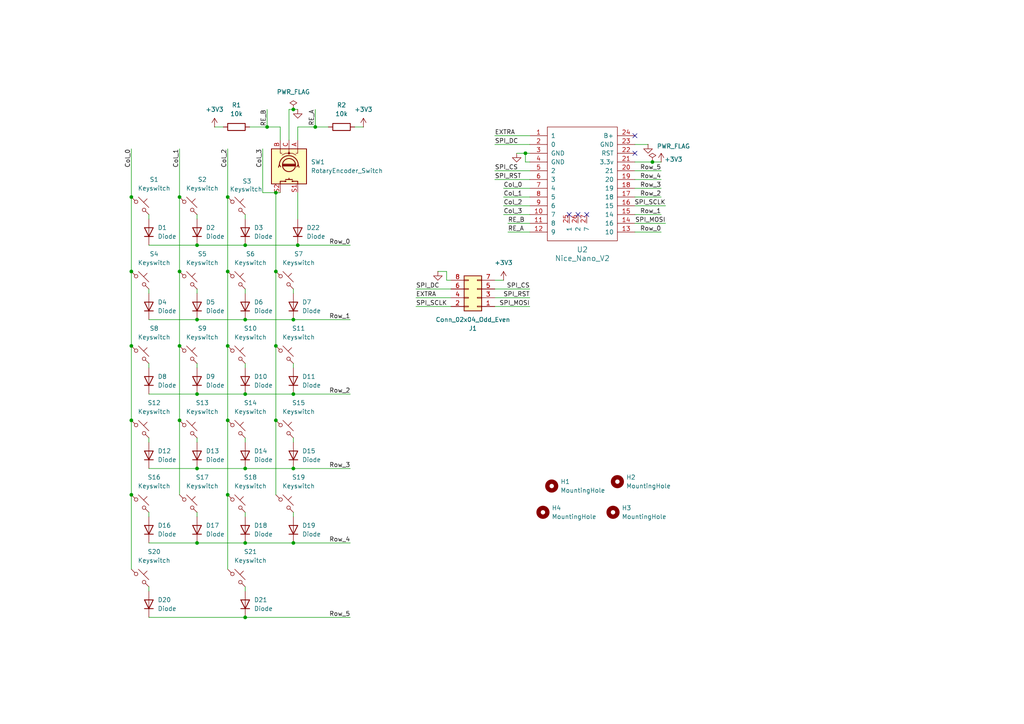
<source format=kicad_sch>
(kicad_sch (version 20231120) (generator "eeschema") (generator_version "8.0")
  (paper "A4")
  (lib_symbols
    (symbol "Connector_Generic:Conn_02x04_Odd_Even" (pin_names (offset 1.016) hide)
      (property "Reference" "J" (at 1.27 5.08 0))
      (property "Value" "Conn_02x04_Odd_Even" (at 1.27 -7.62 0))
      (symbol "Conn_02x04_Odd_Even_1_1"
        (rectangle (start -1.27 -4.953) (end 0 -5.207) (stroke (width 0.1524)))
        (rectangle (start -1.27 -2.413) (end 0 -2.667) (stroke (width 0.1524)))
        (rectangle (start -1.27 0.127) (end 0 -0.127) (stroke (width 0.1524)))
        (rectangle (start -1.27 2.667) (end 0 2.413) (stroke (width 0.1524)))
        (rectangle (start -1.27 3.81) (end 3.81 -6.35) (stroke (width 0.254)) (fill (type background)))
        (rectangle (start 3.81 -4.953) (end 2.54 -5.207) (stroke (width 0.1524)))
        (rectangle (start 3.81 -2.413) (end 2.54 -2.667) (stroke (width 0.1524)))
        (rectangle (start 3.81 0.127) (end 2.54 -0.127) (stroke (width 0.1524)))
        (rectangle (start 3.81 2.667) (end 2.54 2.413) (stroke (width 0.1524)))
        (pin passive line (at -5.08 2.54 0) (length 3.81) (name "Pin_1") (number "1"))
        (pin passive line (at 7.62 2.54 180) (length 3.81) (name "Pin_2") (number "2"))
        (pin passive line (at -5.08 0 0) (length 3.81) (name "Pin_3") (number "3"))
        (pin passive line (at 7.62 0 180) (length 3.81) (name "Pin_4") (number "4"))
        (pin passive line (at -5.08 -2.54 0) (length 3.81) (name "Pin_5") (number "5"))
        (pin passive line (at 7.62 -2.54 180) (length 3.81) (name "Pin_6") (number "6"))
        (pin passive line (at -5.08 -5.08 0) (length 3.81) (name "Pin_7") (number "7"))
        (pin passive line (at 7.62 -5.08 180) (length 3.81) (name "Pin_8") (number "8"))
      )
    )
    (symbol "Device:R" (pin_numbers hide) (pin_names (offset 0))
      (property "Reference" "R" (at 2.032 0 90))
      (property "Value" "R" (at 0 0 90))
      (symbol "R_0_1"
        (rectangle (start -1.016 -2.54) (end 1.016 2.54) (stroke (width 0.254)))
      )
      (symbol "R_1_1"
        (pin passive line (at 0 3.81 270) (length 1.27) (name "~") (number "1"))
        (pin passive line (at 0 -3.81 90) (length 1.27) (name "~") (number "2"))
      )
    )
    (symbol "Device:RotaryEncoder_Switch" (pin_names (offset 0.254) hide)
      (property "Reference" "SW" (at 0 6.604 0))
      (property "Value" "RotaryEncoder_Switch" (at 0 -6.604 0))
      (symbol "RotaryEncoder_Switch_0_1"
        (rectangle (start -5.08 5.08) (end 5.08 -5.08) (stroke (width 0.254)) (fill (type background)))
        (circle (center -3.81 0) (radius 0.254) (fill (type outline)))
        (circle (center -0.381 0) (radius 1.905) (stroke (width 0.254)))
        (arc (start -0.381 2.667) (mid -3.0988 -0.0635) (end -0.381 -2.794) (stroke (width 0.254)))
        (polyline (pts (xy -0.635 -1.778) (xy -0.635 1.778)) (stroke (width 0.254)))
        (polyline (pts (xy -0.381 -1.778) (xy -0.381 1.778)) (stroke (width 0.254)))
        (polyline (pts (xy -0.127 1.778) (xy -0.127 -1.778)) (stroke (width 0.254)))
        (polyline (pts (xy 3.81 0) (xy 3.429 0)) (stroke (width 0.254)))
        (polyline (pts (xy 3.81 1.016) (xy 3.81 -1.016)) (stroke (width 0.254)))
        (polyline (pts (xy -5.08 -2.54) (xy -3.81 -2.54) (xy -3.81 -2.032)))
        (polyline (pts (xy -5.08 2.54) (xy -3.81 2.54) (xy -3.81 2.032)))
        (polyline (pts (xy 0.254 -3.048) (xy -0.508 -2.794) (xy 0.127 -2.413)) (stroke (width 0.254)))
        (polyline (pts (xy 0.254 2.921) (xy -0.508 2.667) (xy 0.127 2.286)) (stroke (width 0.254)))
        (polyline (pts (xy 5.08 -2.54) (xy 4.318 -2.54) (xy 4.318 -1.016)) (stroke (width 0.254)))
        (polyline (pts (xy 5.08 2.54) (xy 4.318 2.54) (xy 4.318 1.016)) (stroke (width 0.254)))
        (polyline (pts (xy -5.08 0) (xy -3.81 0) (xy -3.81 -1.016) (xy -3.302 -2.032)))
        (polyline (pts (xy -4.318 0) (xy -3.81 0) (xy -3.81 1.016) (xy -3.302 2.032)))
        (circle (center 4.318 -1.016) (radius 0.127) (stroke (width 0.254)))
        (circle (center 4.318 1.016) (radius 0.127) (stroke (width 0.254)))
      )
      (symbol "RotaryEncoder_Switch_1_1"
        (pin passive line (at -7.62 2.54 0) (length 2.54) (name "A") (number "A"))
        (pin passive line (at -7.62 -2.54 0) (length 2.54) (name "B") (number "B"))
        (pin passive line (at -7.62 0 0) (length 2.54) (name "C") (number "C"))
        (pin passive line (at 7.62 2.54 180) (length 2.54) (name "S1") (number "S1"))
        (pin passive line (at 7.62 -2.54 180) (length 2.54) (name "S2") (number "S2"))
      )
    )
    (symbol "Mechanical:MountingHole" (pin_names (offset 1.016)) (exclude_from_sim yes) (in_bom no)
      (property "Reference" "H" (at 0 5.08 0))
      (property "Value" "MountingHole" (at 0 3.175 0))
      (symbol "MountingHole_0_1"
        (circle (center 0 0) (radius 1.27) (stroke (width 1.27)))
      )
    )
    (symbol "ScottoKeebs:MCU_Nice_Nano_V2" (pin_names (offset 1.016))
      (property "Reference" "U" (at 0 0 0))
      (property "Value" "Nice_Nano_V2" (at 0 -19.05 0))
      (symbol "MCU_Nice_Nano_V2_0_1"
        (rectangle (start -10.16 16.51) (end 10.16 -16.51))
      )
      (symbol "MCU_Nice_Nano_V2_1_1"
        (pin input line (at -15.24 13.97 0) (length 5.08) (name "1") (number "1"))
        (pin input line (at -15.24 -8.89 0) (length 5.08) (name "7") (number "10"))
        (pin input line (at -15.24 -11.43 0) (length 5.08) (name "8") (number "11"))
        (pin input line (at -15.24 -13.97 0) (length 5.08) (name "9") (number "12"))
        (pin input line (at 15.24 -13.97 180) (length 5.08) (name "10") (number "13"))
        (pin input line (at 15.24 -11.43 180) (length 5.08) (name "16") (number "14"))
        (pin input line (at 15.24 -8.89 180) (length 5.08) (name "14") (number "15"))
        (pin input line (at 15.24 -6.35 180) (length 5.08) (name "15") (number "16"))
        (pin input line (at 15.24 -3.81 180) (length 5.08) (name "18") (number "17"))
        (pin input line (at 15.24 -1.27 180) (length 5.08) (name "19") (number "18"))
        (pin input line (at 15.24 1.27 180) (length 5.08) (name "20") (number "19"))
        (pin input line (at -15.24 11.43 0) (length 5.08) (name "0") (number "2"))
        (pin input line (at 15.24 3.81 180) (length 5.08) (name "21") (number "20"))
        (pin input line (at 15.24 6.35 180) (length 5.08) (name "3.3v") (number "21"))
        (pin input line (at 15.24 8.89 180) (length 5.08) (name "RST") (number "22"))
        (pin input line (at 15.24 11.43 180) (length 5.08) (name "GND") (number "23"))
        (pin input line (at 15.24 13.97 180) (length 5.08) (name "B+") (number "24"))
        (pin input line (at -3.81 -8.89 270) (length 2.5) (name "1") (number "25"))
        (pin input line (at -1.27 -8.89 270) (length 2.5) (name "2") (number "26"))
        (pin input line (at 1.27 -8.89 270) (length 2.5) (name "7") (number "27"))
        (pin input line (at -15.24 8.89 0) (length 5.08) (name "GND") (number "3"))
        (pin input line (at -15.24 6.35 0) (length 5.08) (name "GND") (number "4"))
        (pin input line (at -15.24 3.81 0) (length 5.08) (name "2") (number "5"))
        (pin input line (at -15.24 1.27 0) (length 5.08) (name "3") (number "6"))
        (pin input line (at -15.24 -1.27 0) (length 5.08) (name "4") (number "7"))
        (pin input line (at -15.24 -3.81 0) (length 5.08) (name "5") (number "8"))
        (pin input line (at -15.24 -6.35 0) (length 5.08) (name "6") (number "9"))
      )
    )
    (symbol "ScottoKeebs:Placeholder_Diode" (pin_numbers hide) (pin_names hide)
      (property "Reference" "D" (at 0 2.54 0))
      (property "Value" "Diode" (at 0 -2.54 0))
      (symbol "Placeholder_Diode_0_1"
        (polyline (pts (xy -1.27 1.27) (xy -1.27 -1.27)) (stroke (width 0.254)))
        (polyline (pts (xy 1.27 0) (xy -1.27 0)))
        (polyline (pts (xy 1.27 1.27) (xy 1.27 -1.27) (xy -1.27 0) (xy 1.27 1.27)) (stroke (width 0.254)))
      )
      (symbol "Placeholder_Diode_1_1"
        (pin passive line (at -3.81 0 0) (length 2.54) (name "K") (number "1"))
        (pin passive line (at 3.81 0 180) (length 2.54) (name "A") (number "2"))
      )
    )
    (symbol "ScottoKeebs:Placeholder_Keyswitch" (pin_numbers hide) (pin_names (offset 1.016) hide)
      (property "Reference" "S" (at 3.048 1.016 0))
      (property "Value" "Keyswitch" (at 0 -3.81 0))
      (symbol "Placeholder_Keyswitch_0_1"
        (circle (center -1.1684 1.1684) (radius 0.508))
        (polyline (pts (xy -0.508 2.54) (xy 2.54 -0.508)))
        (polyline (pts (xy 1.016 1.016) (xy 2.032 2.032)))
        (polyline (pts (xy -2.54 2.54) (xy -1.524 1.524) (xy -1.524 1.524)))
        (polyline (pts (xy 1.524 -1.524) (xy 2.54 -2.54) (xy 2.54 -2.54) (xy 2.54 -2.54)))
        (circle (center 1.143 -1.1938) (radius 0.508))
        (pin passive line (at -2.54 2.54 0) (length 0) (name "1") (number "1"))
        (pin passive line (at 2.54 -2.54 180) (length 0) (name "2") (number "2"))
      )
    )
    (symbol "power:+3V3" (power) (pin_numbers hide) (pin_names (offset 0) hide)
      (property "Value" "+3V3" (at 0 3.556 0))
      (symbol "+3V3_0_1"
        (polyline (pts (xy -0.762 1.27) (xy 0 2.54)))
        (polyline (pts (xy 0 0) (xy 0 2.54)))
        (polyline (pts (xy 0 2.54) (xy 0.762 1.27)))
      )
      (symbol "+3V3_1_1"
        (pin power_in line (at 0 0 90) (length 0) (name "~") (number "1"))
      )
    )
    (symbol "power:GND" (power) (pin_numbers hide) (pin_names (offset 0) hide)
      (property "Value" "GND" (at 0 -3.81 0))
      (symbol "GND_0_1"
        (polyline (pts (xy 0 0) (xy 0 -1.27) (xy 1.27 -1.27) (xy 0 -2.54) (xy -1.27 -1.27) (xy 0 -1.27)))
      )
      (symbol "GND_1_1"
        (pin power_in line (at 0 0 270) (length 0) (name "~") (number "1"))
      )
    )
    (symbol "power:PWR_FLAG" (power) (pin_numbers hide) (pin_names (offset 0) hide)
      (property "Value" "PWR_FLAG" (at 0 3.81 0))
      (symbol "PWR_FLAG_0_0"
        (pin power_out line (at 0 0 90) (length 0) (name "~") (number "1"))
      )
      (symbol "PWR_FLAG_0_1"
        (polyline (pts (xy 0 0) (xy 0 1.27) (xy -1.016 1.905) (xy 0 2.54) (xy 1.016 1.905) (xy 0 1.27)))
      )
    )
  )
  (junction (at 80.01 121.92))
  (junction (at 80.01 55.88))
  (junction (at 71.12 157.48))
  (junction (at 66.04 78.74))
  (junction (at 66.04 57.15))
  (junction (at 152.4 44.45))
  (junction (at 71.12 114.3))
  (junction (at 85.09 92.71))
  (junction (at 38.1 143.51))
  (junction (at 52.07 57.15))
  (junction (at 38.1 121.92))
  (junction (at 52.07 78.74))
  (junction (at 57.15 92.71))
  (junction (at 91.44 36.83))
  (junction (at 57.15 157.48))
  (junction (at 38.1 78.74))
  (junction (at 71.12 135.89))
  (junction (at 57.15 135.89))
  (junction (at 85.09 114.3))
  (junction (at 38.1 100.33))
  (junction (at 85.09 31.75))
  (junction (at 71.12 179.07))
  (junction (at 189.23 46.99))
  (junction (at 66.04 143.51))
  (junction (at 80.01 100.33))
  (junction (at 71.12 71.12))
  (junction (at 80.01 78.74))
  (junction (at 85.09 157.48))
  (junction (at 52.07 100.33))
  (junction (at 71.12 92.71))
  (junction (at 52.07 121.92))
  (junction (at 85.09 135.89))
  (junction (at 66.04 100.33))
  (junction (at 77.47 36.83))
  (junction (at 57.15 71.12))
  (junction (at 38.1 57.15))
  (junction (at 86.36 71.12))
  (junction (at 66.04 121.92))
  (junction (at 57.15 114.3))
  (no_connect (at 170.18 62.23))
  (no_connect (at 184.15 44.45))
  (no_connect (at 165.1 62.23))
  (no_connect (at 167.64 62.23))
  (no_connect (at 184.15 39.37))
  (wire (pts (xy 146.05 62.23) (xy 153.67 62.23)))
  (wire (pts (xy 62.23 36.83) (xy 64.77 36.83)))
  (wire (pts (xy 85.09 31.75) (xy 86.36 31.75)))
  (wire (pts (xy 43.18 83.82) (xy 43.18 85.09)))
  (wire (pts (xy 81.28 36.83) (xy 77.47 36.83)))
  (wire (pts (xy 57.15 135.89) (xy 71.12 135.89)))
  (wire (pts (xy 80.01 78.74) (xy 80.01 55.88)))
  (wire (pts (xy 85.09 157.48) (xy 101.6 157.48)))
  (wire (pts (xy 184.15 52.07) (xy 191.77 52.07)))
  (wire (pts (xy 80.01 55.88) (xy 76.2 55.88)))
  (wire (pts (xy 149.86 44.45) (xy 152.4 44.45)))
  (wire (pts (xy 43.18 157.48) (xy 57.15 157.48)))
  (wire (pts (xy 66.04 78.74) (xy 66.04 100.33)))
  (wire (pts (xy 71.12 62.23) (xy 71.12 63.5)))
  (wire (pts (xy 130.81 86.36) (xy 120.65 86.36)))
  (wire (pts (xy 129.54 78.74) (xy 127 78.74)))
  (wire (pts (xy 91.44 31.75) (xy 91.44 36.83)))
  (wire (pts (xy 146.05 57.15) (xy 153.67 57.15)))
  (wire (pts (xy 184.15 57.15) (xy 191.77 57.15)))
  (wire (pts (xy 153.67 46.99) (xy 152.4 46.99)))
  (wire (pts (xy 80.01 78.74) (xy 80.01 100.33)))
  (wire (pts (xy 66.04 100.33) (xy 66.04 121.92)))
  (wire (pts (xy 83.82 40.64) (xy 83.82 31.75)))
  (wire (pts (xy 43.18 170.18) (xy 43.18 171.45)))
  (wire (pts (xy 57.15 92.71) (xy 71.12 92.71)))
  (wire (pts (xy 66.04 43.18) (xy 66.04 57.15)))
  (wire (pts (xy 130.81 88.9) (xy 120.65 88.9)))
  (wire (pts (xy 85.09 83.82) (xy 85.09 85.09)))
  (wire (pts (xy 57.15 62.23) (xy 57.15 63.5)))
  (wire (pts (xy 129.54 78.74) (xy 129.54 81.28)))
  (wire (pts (xy 81.28 40.64) (xy 81.28 36.83)))
  (wire (pts (xy 43.18 92.71) (xy 57.15 92.71)))
  (wire (pts (xy 184.15 41.91) (xy 187.96 41.91)))
  (wire (pts (xy 66.04 121.92) (xy 66.04 143.51)))
  (wire (pts (xy 153.67 88.9) (xy 143.51 88.9)))
  (wire (pts (xy 184.15 67.31) (xy 191.77 67.31)))
  (wire (pts (xy 147.32 64.77) (xy 153.67 64.77)))
  (wire (pts (xy 71.12 105.41) (xy 71.12 106.68)))
  (wire (pts (xy 130.81 83.82) (xy 120.65 83.82)))
  (wire (pts (xy 71.12 71.12) (xy 86.36 71.12)))
  (wire (pts (xy 38.1 78.74) (xy 38.1 57.15)))
  (wire (pts (xy 77.47 31.75) (xy 77.47 36.83)))
  (wire (pts (xy 57.15 127) (xy 57.15 128.27)))
  (wire (pts (xy 146.05 59.69) (xy 153.67 59.69)))
  (wire (pts (xy 152.4 46.99) (xy 152.4 44.45)))
  (wire (pts (xy 43.18 105.41) (xy 43.18 106.68)))
  (wire (pts (xy 85.09 92.71) (xy 101.6 92.71)))
  (wire (pts (xy 85.09 105.41) (xy 85.09 106.68)))
  (wire (pts (xy 38.1 143.51) (xy 38.1 121.92)))
  (wire (pts (xy 52.07 100.33) (xy 52.07 121.92)))
  (wire (pts (xy 129.54 81.28) (xy 130.81 81.28)))
  (wire (pts (xy 71.12 135.89) (xy 85.09 135.89)))
  (wire (pts (xy 57.15 83.82) (xy 57.15 85.09)))
  (wire (pts (xy 153.67 86.36) (xy 143.51 86.36)))
  (wire (pts (xy 184.15 54.61) (xy 191.77 54.61)))
  (wire (pts (xy 71.12 148.59) (xy 71.12 149.86)))
  (wire (pts (xy 52.07 121.92) (xy 52.07 143.51)))
  (wire (pts (xy 43.18 135.89) (xy 57.15 135.89)))
  (wire (pts (xy 71.12 179.07) (xy 101.6 179.07)))
  (wire (pts (xy 85.09 114.3) (xy 101.6 114.3)))
  (wire (pts (xy 66.04 57.15) (xy 66.04 78.74)))
  (wire (pts (xy 86.36 71.12) (xy 101.6 71.12)))
  (wire (pts (xy 86.36 36.83) (xy 91.44 36.83)))
  (wire (pts (xy 52.07 43.18) (xy 52.07 57.15)))
  (wire (pts (xy 184.15 64.77) (xy 193.04 64.77)))
  (wire (pts (xy 143.51 52.07) (xy 153.67 52.07)))
  (wire (pts (xy 143.51 41.91) (xy 153.67 41.91)))
  (wire (pts (xy 147.32 67.31) (xy 153.67 67.31)))
  (wire (pts (xy 43.18 62.23) (xy 43.18 63.5)))
  (wire (pts (xy 102.87 36.83) (xy 105.41 36.83)))
  (wire (pts (xy 57.15 148.59) (xy 57.15 149.86)))
  (wire (pts (xy 57.15 157.48) (xy 71.12 157.48)))
  (wire (pts (xy 57.15 71.12) (xy 71.12 71.12)))
  (wire (pts (xy 153.67 83.82) (xy 143.51 83.82)))
  (wire (pts (xy 86.36 40.64) (xy 86.36 36.83)))
  (wire (pts (xy 71.12 127) (xy 71.12 128.27)))
  (wire (pts (xy 189.23 46.99) (xy 191.77 46.99)))
  (wire (pts (xy 38.1 100.33) (xy 38.1 78.74)))
  (wire (pts (xy 146.05 81.28) (xy 143.51 81.28)))
  (wire (pts (xy 71.12 83.82) (xy 71.12 85.09)))
  (wire (pts (xy 91.44 36.83) (xy 95.25 36.83)))
  (wire (pts (xy 184.15 46.99) (xy 189.23 46.99)))
  (wire (pts (xy 184.15 59.69) (xy 193.04 59.69)))
  (wire (pts (xy 38.1 165.1) (xy 38.1 143.51)))
  (wire (pts (xy 80.01 121.92) (xy 80.01 143.51)))
  (wire (pts (xy 71.12 157.48) (xy 85.09 157.48)))
  (wire (pts (xy 71.12 170.18) (xy 71.12 171.45)))
  (wire (pts (xy 52.07 57.15) (xy 52.07 78.74)))
  (wire (pts (xy 57.15 114.3) (xy 71.12 114.3)))
  (wire (pts (xy 76.2 43.18) (xy 76.2 55.88)))
  (wire (pts (xy 184.15 49.53) (xy 191.77 49.53)))
  (wire (pts (xy 83.82 31.75) (xy 85.09 31.75)))
  (wire (pts (xy 57.15 105.41) (xy 57.15 106.68)))
  (wire (pts (xy 52.07 78.74) (xy 52.07 100.33)))
  (wire (pts (xy 43.18 127) (xy 43.18 128.27)))
  (wire (pts (xy 80.01 55.88) (xy 81.28 55.88)))
  (wire (pts (xy 43.18 71.12) (xy 57.15 71.12)))
  (wire (pts (xy 43.18 114.3) (xy 57.15 114.3)))
  (wire (pts (xy 152.4 44.45) (xy 153.67 44.45)))
  (wire (pts (xy 43.18 148.59) (xy 43.18 149.86)))
  (wire (pts (xy 86.36 55.88) (xy 86.36 63.5)))
  (wire (pts (xy 66.04 143.51) (xy 66.04 165.1)))
  (wire (pts (xy 71.12 114.3) (xy 85.09 114.3)))
  (wire (pts (xy 43.18 179.07) (xy 71.12 179.07)))
  (wire (pts (xy 38.1 121.92) (xy 38.1 100.33)))
  (wire (pts (xy 85.09 148.59) (xy 85.09 149.86)))
  (wire (pts (xy 146.05 54.61) (xy 153.67 54.61)))
  (wire (pts (xy 77.47 36.83) (xy 72.39 36.83)))
  (wire (pts (xy 80.01 100.33) (xy 80.01 121.92)))
  (wire (pts (xy 85.09 127) (xy 85.09 128.27)))
  (wire (pts (xy 143.51 39.37) (xy 153.67 39.37)))
  (wire (pts (xy 184.15 62.23) (xy 191.77 62.23)))
  (wire (pts (xy 71.12 92.71) (xy 85.09 92.71)))
  (wire (pts (xy 38.1 43.18) (xy 38.1 57.15)))
  (wire (pts (xy 143.51 49.53) (xy 153.67 49.53)))
  (wire (pts (xy 85.09 135.89) (xy 101.6 135.89)))
  (label "Row_4" (at 101.6 157.48 180))
  (label "RE_B" (at 77.47 31.75 270))
  (label "RE_A" (at 91.44 31.75 270))
  (label "SPI_RST" (at 153.67 86.36 180))
  (label "Row_0" (at 191.77 67.31 180))
  (label "Row_5" (at 101.6 179.07 180))
  (label "Col_0" (at 146.05 54.61 0))
  (label "Row_1" (at 191.77 62.23 180))
  (label "RE_A" (at 147.32 67.31 0))
  (label "RE_B" (at 147.32 64.77 0))
  (label "SPI_DC" (at 143.51 41.91 0))
  (label "SPI_RST" (at 143.51 52.07 0))
  (label "Row_2" (at 101.6 114.3 180))
  (label "SPI_MOSI" (at 193.04 64.77 180))
  (label "Col_1" (at 146.05 57.15 0))
  (label "Col_2" (at 146.05 59.69 0))
  (label "Row_0" (at 101.6 71.12 180))
  (label "SPI_CS" (at 143.51 49.53 0))
  (label "EXTRA" (at 143.51 39.37 0))
  (label "Row_1" (at 101.6 92.71 180))
  (label "SPI_MOSI" (at 153.67 88.9 180))
  (label "SPI_DC" (at 120.65 83.82 0))
  (label "Row_5" (at 191.77 49.53 180))
  (label "Col_0" (at 38.1 43.18 270))
  (label "SPI_CS" (at 153.67 83.82 180))
  (label "Col_1" (at 52.07 43.18 270))
  (label "Row_4" (at 191.77 52.07 180))
  (label "Col_3" (at 76.2 43.18 270))
  (label "Row_3" (at 101.6 135.89 180))
  (label "Col_2" (at 66.04 43.18 270))
  (label "EXTRA" (at 120.65 86.36 0))
  (label "SPI_SCLK" (at 193.04 59.69 180))
  (label "SPI_SCLK" (at 120.65 88.9 0))
  (label "Col_3" (at 146.05 62.23 0))
  (label "Row_3" (at 191.77 54.61 180))
  (label "Row_2" (at 191.77 57.15 180))
  (symbol (lib_id "ScottoKeebs:Placeholder_Diode") (at 85.09 153.67 90) (unit 1)
    (property "Reference" "D19" (at 87.63 152.3999 90) (effects (justify right)))
    (property "Value" "Diode" (at 87.63 154.9399 90) (effects (justify right)))
    (property "Footprint" "ScottoKeebs_Components:Diode_DO-35" (effects (hide yes)))
    (property "Description" "1N4148 (DO-35) or 1N4148W (SOD-123)" (effects (hide yes)))
    (property "Sim.Device" "D" (effects (hide yes)))
    (property "Sim.Pins" "1=K 2=A" (effects (hide yes)))
  )
  (symbol (lib_id "ScottoKeebs:Placeholder_Diode") (at 85.09 88.9 90) (unit 1)
    (property "Reference" "D7" (at 87.63 87.6299 90) (effects (justify right)))
    (property "Value" "Diode" (at 87.63 90.1699 90) (effects (justify right)))
    (property "Footprint" "ScottoKeebs_Components:Diode_DO-35" (effects (hide yes)))
    (property "Description" "1N4148 (DO-35) or 1N4148W (SOD-123)" (effects (hide yes)))
    (property "Sim.Device" "D" (effects (hide yes)))
    (property "Sim.Pins" "1=K 2=A" (effects (hide yes)))
  )
  (symbol (lib_id "ScottoKeebs:Placeholder_Keyswitch") (at 40.64 167.64 0) (unit 1)
    (property "Reference" "S20" (at 44.704 160.02 0))
    (property "Value" "Keyswitch" (at 44.704 162.56 0))
    (property "Footprint" "ScottoKeebs_Hotswap:Hotswap_MX_2.00u" (effects (hide yes)))
    (property "Description" "Push button switch, normally open, two pins, 45° tilted" (effects (hide yes)))
  )
  (symbol (lib_id "Device:R") (at 68.58 36.83 90) (unit 1)
    (property "Reference" "R1" (at 68.58 30.48 90))
    (property "Value" "10k" (at 68.58 33.02 90))
    (property "Footprint" "Resistor_SMD:R_1206_3216Metric_Pad1.30x1.75mm_HandSolder" (effects (hide yes)))
    (property "Description" "Resistor" (effects (hide yes)))
  )
  (symbol (lib_id "ScottoKeebs:Placeholder_Keyswitch") (at 40.64 59.69 0) (unit 1)
    (property "Reference" "S1" (at 44.704 52.07 0))
    (property "Value" "Keyswitch" (at 44.704 54.61 0))
    (property "Footprint" "ScottoKeebs_Hotswap:Hotswap_MX_1.00u" (effects (hide yes)))
    (property "Description" "Push button switch, normally open, two pins, 45° tilted" (effects (hide yes)))
  )
  (symbol (lib_id "ScottoKeebs:Placeholder_Diode") (at 71.12 153.67 90) (unit 1)
    (property "Reference" "D18" (at 73.66 152.3999 90) (effects (justify right)))
    (property "Value" "Diode" (at 73.66 154.9399 90) (effects (justify right)))
    (property "Footprint" "ScottoKeebs_Components:Diode_DO-35" (effects (hide yes)))
    (property "Description" "1N4148 (DO-35) or 1N4148W (SOD-123)" (effects (hide yes)))
    (property "Sim.Device" "D" (effects (hide yes)))
    (property "Sim.Pins" "1=K 2=A" (effects (hide yes)))
  )
  (symbol (lib_id "power:GND") (at 149.86 44.45 0) (unit 1)
    (property "Reference" "#PWR08" (effects (hide yes)))
    (property "Value" "GND" (effects (hide yes)))
    (property "Description" "Power symbol creates a global label with name \"GND\" , ground" (effects (hide yes)))
  )
  (symbol (lib_id "power:GND") (at 187.96 41.91 0) (unit 1)
    (property "Reference" "#PWR07" (effects (hide yes)))
    (property "Value" "GND" (effects (hide yes)))
    (property "Description" "Power symbol creates a global label with name \"GND\" , ground" (effects (hide yes)))
  )
  (symbol (lib_id "ScottoKeebs:Placeholder_Keyswitch") (at 82.55 81.28 0) (unit 1)
    (property "Reference" "S7" (at 86.614 73.66 0))
    (property "Value" "Keyswitch" (at 86.614 76.2 0))
    (property "Footprint" "ScottoKeebs_Hotswap:Hotswap_MX_1.00u" (effects (hide yes)))
    (property "Description" "Push button switch, normally open, two pins, 45° tilted" (effects (hide yes)))
  )
  (symbol (lib_id "ScottoKeebs:Placeholder_Keyswitch") (at 68.58 59.69 0) (unit 1)
    (property "Reference" "S3" (at 71.628 52.578 0))
    (property "Value" "Keyswitch" (at 71.374 54.864 0))
    (property "Footprint" "ScottoKeebs_Hotswap:Hotswap_MX_1.00u" (effects (hide yes)))
    (property "Description" "Push button switch, normally open, two pins, 45° tilted" (effects (hide yes)))
  )
  (symbol (lib_id "ScottoKeebs:Placeholder_Diode") (at 71.12 110.49 90) (unit 1)
    (property "Reference" "D10" (at 73.66 109.2199 90) (effects (justify right)))
    (property "Value" "Diode" (at 73.66 111.7599 90) (effects (justify right)))
    (property "Footprint" "ScottoKeebs_Components:Diode_DO-35" (effects (hide yes)))
    (property "Description" "1N4148 (DO-35) or 1N4148W (SOD-123)" (effects (hide yes)))
    (property "Sim.Device" "D" (effects (hide yes)))
    (property "Sim.Pins" "1=K 2=A" (effects (hide yes)))
  )
  (symbol (lib_id "ScottoKeebs:Placeholder_Diode") (at 86.36 67.31 90) (unit 1)
    (property "Reference" "D22" (at 88.9 66.0399 90) (effects (justify right)))
    (property "Value" "Diode" (at 88.9 68.5799 90) (effects (justify right)))
    (property "Footprint" "ScottoKeebs_Components:Diode_DO-35" (effects (hide yes)))
    (property "Description" "1N4148 (DO-35) or 1N4148W (SOD-123)" (effects (hide yes)))
    (property "Sim.Device" "D" (effects (hide yes)))
    (property "Sim.Pins" "1=K 2=A" (effects (hide yes)))
  )
  (symbol (lib_id "ScottoKeebs:Placeholder_Diode") (at 71.12 175.26 90) (unit 1)
    (property "Reference" "D21" (at 73.66 173.9899 90) (effects (justify right)))
    (property "Value" "Diode" (at 73.66 176.5299 90) (effects (justify right)))
    (property "Footprint" "ScottoKeebs_Components:Diode_DO-35" (effects (hide yes)))
    (property "Description" "1N4148 (DO-35) or 1N4148W (SOD-123)" (effects (hide yes)))
    (property "Sim.Device" "D" (effects (hide yes)))
    (property "Sim.Pins" "1=K 2=A" (effects (hide yes)))
  )
  (symbol (lib_id "ScottoKeebs:Placeholder_Keyswitch") (at 68.58 167.64 0) (unit 1)
    (property "Reference" "S21" (at 72.644 160.02 0))
    (property "Value" "Keyswitch" (at 72.644 162.56 0))
    (property "Footprint" "ScottoKeebs_Hotswap:Hotswap_MX_1.00u" (effects (hide yes)))
    (property "Description" "Push button switch, normally open, two pins, 45° tilted" (effects (hide yes)))
  )
  (symbol (lib_id "ScottoKeebs:Placeholder_Diode") (at 57.15 132.08 90) (unit 1)
    (property "Reference" "D13" (at 59.69 130.8099 90) (effects (justify right)))
    (property "Value" "Diode" (at 59.69 133.3499 90) (effects (justify right)))
    (property "Footprint" "ScottoKeebs_Components:Diode_DO-35" (effects (hide yes)))
    (property "Description" "1N4148 (DO-35) or 1N4148W (SOD-123)" (effects (hide yes)))
    (property "Sim.Device" "D" (effects (hide yes)))
    (property "Sim.Pins" "1=K 2=A" (effects (hide yes)))
  )
  (symbol (lib_id "ScottoKeebs:Placeholder_Diode") (at 57.15 88.9 90) (unit 1)
    (property "Reference" "D5" (at 59.69 87.6299 90) (effects (justify right)))
    (property "Value" "Diode" (at 59.69 90.1699 90) (effects (justify right)))
    (property "Footprint" "ScottoKeebs_Components:Diode_DO-35" (effects (hide yes)))
    (property "Description" "1N4148 (DO-35) or 1N4148W (SOD-123)" (effects (hide yes)))
    (property "Sim.Device" "D" (effects (hide yes)))
    (property "Sim.Pins" "1=K 2=A" (effects (hide yes)))
  )
  (symbol (lib_id "Mechanical:MountingHole") (at 179.07 139.7 0) (unit 1) (exclude_from_sim yes) (in_bom no)
    (property "Reference" "H2" (at 181.61 138.4299 0) (effects (justify left)))
    (property "Value" "MountingHole" (at 181.61 140.9699 0) (effects (justify left)))
    (property "Footprint" "MountingHole:MountingHole_3.2mm_M3" (effects (hide yes)))
    (property "Description" "Mounting Hole without connection" (effects (hide yes)))
  )
  (symbol (lib_id "ScottoKeebs:Placeholder_Keyswitch") (at 54.61 102.87 0) (unit 1)
    (property "Reference" "S9" (at 58.674 95.25 0))
    (property "Value" "Keyswitch" (at 58.674 97.79 0))
    (property "Footprint" "ScottoKeebs_Hotswap:Hotswap_MX_1.00u" (effects (hide yes)))
    (property "Description" "Push button switch, normally open, two pins, 45° tilted" (effects (hide yes)))
  )
  (symbol (lib_id "ScottoKeebs:Placeholder_Keyswitch") (at 68.58 146.05 0) (unit 1)
    (property "Reference" "S18" (at 72.644 138.43 0))
    (property "Value" "Keyswitch" (at 72.644 140.97 0))
    (property "Footprint" "ScottoKeebs_Hotswap:Hotswap_MX_1.00u" (effects (hide yes)))
    (property "Description" "Push button switch, normally open, two pins, 45° tilted" (effects (hide yes)))
  )
  (symbol (lib_id "ScottoKeebs:Placeholder_Diode") (at 43.18 132.08 90) (unit 1)
    (property "Reference" "D12" (at 45.72 130.8099 90) (effects (justify right)))
    (property "Value" "Diode" (at 45.72 133.3499 90) (effects (justify right)))
    (property "Footprint" "ScottoKeebs_Components:Diode_DO-35" (effects (hide yes)))
    (property "Description" "1N4148 (DO-35) or 1N4148W (SOD-123)" (effects (hide yes)))
    (property "Sim.Device" "D" (effects (hide yes)))
    (property "Sim.Pins" "1=K 2=A" (effects (hide yes)))
  )
  (symbol (lib_id "power:GND") (at 127 78.74 0) (unit 1)
    (property "Reference" "#PWR06" (effects (hide yes)))
    (property "Value" "GND" (effects (hide yes)))
    (property "Description" "Power symbol creates a global label with name \"GND\" , ground" (effects (hide yes)))
  )
  (symbol (lib_id "ScottoKeebs:Placeholder_Diode") (at 85.09 132.08 90) (unit 1)
    (property "Reference" "D15" (at 87.63 130.8099 90) (effects (justify right)))
    (property "Value" "Diode" (at 87.63 133.3499 90) (effects (justify right)))
    (property "Footprint" "ScottoKeebs_Components:Diode_DO-35" (effects (hide yes)))
    (property "Description" "1N4148 (DO-35) or 1N4148W (SOD-123)" (effects (hide yes)))
    (property "Sim.Device" "D" (effects (hide yes)))
    (property "Sim.Pins" "1=K 2=A" (effects (hide yes)))
  )
  (symbol (lib_id "ScottoKeebs:Placeholder_Diode") (at 57.15 110.49 90) (unit 1)
    (property "Reference" "D9" (at 59.69 109.2199 90) (effects (justify right)))
    (property "Value" "Diode" (at 59.69 111.7599 90) (effects (justify right)))
    (property "Footprint" "ScottoKeebs_Components:Diode_DO-35" (effects (hide yes)))
    (property "Description" "1N4148 (DO-35) or 1N4148W (SOD-123)" (effects (hide yes)))
    (property "Sim.Device" "D" (effects (hide yes)))
    (property "Sim.Pins" "1=K 2=A" (effects (hide yes)))
  )
  (symbol (lib_id "Device:RotaryEncoder_Switch") (at 83.82 48.26 270) (unit 1)
    (property "Reference" "SW1" (at 90.17 46.9899 90) (effects (justify left)))
    (property "Value" "RotaryEncoder_Switch" (at 90.17 49.5299 90) (effects (justify left)))
    (property "Footprint" "Library:XDCR_PEC11R-4215F-S0024" (effects (hide yes)))
    (property "Description" "Rotary encoder, dual channel, incremental quadrate outputs, with switch" (effects (hide yes)))
  )
  (symbol (lib_id "ScottoKeebs:Placeholder_Keyswitch") (at 54.61 124.46 0) (unit 1)
    (property "Reference" "S13" (at 58.674 116.84 0))
    (property "Value" "Keyswitch" (at 58.674 119.38 0))
    (property "Footprint" "ScottoKeebs_Hotswap:Hotswap_MX_1.00u" (effects (hide yes)))
    (property "Description" "Push button switch, normally open, two pins, 45° tilted" (effects (hide yes)))
  )
  (symbol (lib_id "ScottoKeebs:Placeholder_Diode") (at 85.09 110.49 90) (unit 1)
    (property "Reference" "D11" (at 87.63 109.2199 90) (effects (justify right)))
    (property "Value" "Diode" (at 87.63 111.7599 90) (effects (justify right)))
    (property "Footprint" "ScottoKeebs_Components:Diode_DO-35" (effects (hide yes)))
    (property "Description" "1N4148 (DO-35) or 1N4148W (SOD-123)" (effects (hide yes)))
    (property "Sim.Device" "D" (effects (hide yes)))
    (property "Sim.Pins" "1=K 2=A" (effects (hide yes)))
  )
  (symbol (lib_id "ScottoKeebs:Placeholder_Keyswitch") (at 40.64 146.05 0) (unit 1)
    (property "Reference" "S16" (at 44.704 138.43 0))
    (property "Value" "Keyswitch" (at 44.704 140.97 0))
    (property "Footprint" "ScottoKeebs_Hotswap:Hotswap_MX_1.00u" (effects (hide yes)))
    (property "Description" "Push button switch, normally open, two pins, 45° tilted" (effects (hide yes)))
  )
  (symbol (lib_id "ScottoKeebs:Placeholder_Diode") (at 57.15 67.31 90) (unit 1)
    (property "Reference" "D2" (at 59.69 66.0399 90) (effects (justify right)))
    (property "Value" "Diode" (at 59.69 68.5799 90) (effects (justify right)))
    (property "Footprint" "ScottoKeebs_Components:Diode_DO-35" (effects (hide yes)))
    (property "Description" "1N4148 (DO-35) or 1N4148W (SOD-123)" (effects (hide yes)))
    (property "Sim.Device" "D" (effects (hide yes)))
    (property "Sim.Pins" "1=K 2=A" (effects (hide yes)))
  )
  (symbol (lib_id "power:PWR_FLAG") (at 85.09 31.75 0) (unit 1)
    (property "Reference" "#FLG01" (effects (hide yes)))
    (property "Value" "PWR_FLAG" (at 85.09 26.67 0))
    (property "Description" "Special symbol for telling ERC where power comes from" (effects (hide yes)))
  )
  (symbol (lib_id "ScottoKeebs:Placeholder_Diode") (at 71.12 88.9 90) (unit 1)
    (property "Reference" "D6" (at 73.66 87.6299 90) (effects (justify right)))
    (property "Value" "Diode" (at 73.66 90.1699 90) (effects (justify right)))
    (property "Footprint" "ScottoKeebs_Components:Diode_DO-35" (effects (hide yes)))
    (property "Description" "1N4148 (DO-35) or 1N4148W (SOD-123)" (effects (hide yes)))
    (property "Sim.Device" "D" (effects (hide yes)))
    (property "Sim.Pins" "1=K 2=A" (effects (hide yes)))
  )
  (symbol (lib_id "ScottoKeebs:Placeholder_Diode") (at 43.18 67.31 90) (unit 1)
    (property "Reference" "D1" (at 45.72 66.0399 90) (effects (justify right)))
    (property "Value" "Diode" (at 45.72 68.5799 90) (effects (justify right)))
    (property "Footprint" "ScottoKeebs_Components:Diode_DO-35" (effects (hide yes)))
    (property "Description" "1N4148 (DO-35) or 1N4148W (SOD-123)" (effects (hide yes)))
    (property "Sim.Device" "D" (effects (hide yes)))
    (property "Sim.Pins" "1=K 2=A" (effects (hide yes)))
  )
  (symbol (lib_id "ScottoKeebs:Placeholder_Diode") (at 43.18 175.26 90) (unit 1)
    (property "Reference" "D20" (at 45.72 173.9899 90) (effects (justify right)))
    (property "Value" "Diode" (at 45.72 176.5299 90) (effects (justify right)))
    (property "Footprint" "ScottoKeebs_Components:Diode_DO-35" (effects (hide yes)))
    (property "Description" "1N4148 (DO-35) or 1N4148W (SOD-123)" (effects (hide yes)))
    (property "Sim.Device" "D" (effects (hide yes)))
    (property "Sim.Pins" "1=K 2=A" (effects (hide yes)))
  )
  (symbol (lib_id "ScottoKeebs:Placeholder_Keyswitch") (at 68.58 102.87 0) (unit 1)
    (property "Reference" "S10" (at 72.644 95.25 0))
    (property "Value" "Keyswitch" (at 72.644 97.79 0))
    (property "Footprint" "ScottoKeebs_Hotswap:Hotswap_MX_1.00u" (effects (hide yes)))
    (property "Description" "Push button switch, normally open, two pins, 45° tilted" (effects (hide yes)))
  )
  (symbol (lib_id "ScottoKeebs:Placeholder_Diode") (at 43.18 88.9 90) (unit 1)
    (property "Reference" "D4" (at 45.72 87.6299 90) (effects (justify right)))
    (property "Value" "Diode" (at 45.72 90.1699 90) (effects (justify right)))
    (property "Footprint" "ScottoKeebs_Components:Diode_DO-35" (effects (hide yes)))
    (property "Description" "1N4148 (DO-35) or 1N4148W (SOD-123)" (effects (hide yes)))
    (property "Sim.Device" "D" (effects (hide yes)))
    (property "Sim.Pins" "1=K 2=A" (effects (hide yes)))
  )
  (symbol (lib_id "ScottoKeebs:Placeholder_Keyswitch") (at 40.64 81.28 0) (unit 1)
    (property "Reference" "S4" (at 44.704 73.66 0))
    (property "Value" "Keyswitch" (at 44.704 76.2 0))
    (property "Footprint" "ScottoKeebs_Hotswap:Hotswap_MX_1.00u" (effects (hide yes)))
    (property "Description" "Push button switch, normally open, two pins, 45° tilted" (effects (hide yes)))
  )
  (symbol (lib_id "power:+3V3") (at 62.23 36.83 0) (unit 1)
    (property "Reference" "#PWR03" (effects (hide yes)))
    (property "Value" "+3V3" (at 62.23 31.75 0))
    (property "Description" "Power symbol creates a global label with name \"+3V3\"" (effects (hide yes)))
  )
  (symbol (lib_id "Mechanical:MountingHole") (at 157.48 148.59 0) (unit 1) (exclude_from_sim yes) (in_bom no)
    (property "Reference" "H4" (at 160.02 147.3199 0) (effects (justify left)))
    (property "Value" "MountingHole" (at 160.02 149.8599 0) (effects (justify left)))
    (property "Footprint" "MountingHole:MountingHole_3.2mm_M3" (effects (hide yes)))
    (property "Description" "Mounting Hole without connection" (effects (hide yes)))
  )
  (symbol (lib_id "ScottoKeebs:MCU_Nice_Nano_V2") (at 168.91 53.34 0) (unit 1)
    (property "Reference" "U2" (at 168.91 72.39 0) (effects (font (size 1.524 1.524))))
    (property "Value" "Nice_Nano_V2" (at 168.91 74.93 0) (effects (font (size 1.524 1.524))))
    (property "Footprint" "ScottoKeebs_MCU:Nice_Nano_V2" (effects (hide yes)))
  )
  (symbol (lib_id "Mechanical:MountingHole") (at 177.8 148.59 0) (unit 1) (exclude_from_sim yes) (in_bom no)
    (property "Reference" "H3" (at 180.34 147.3199 0) (effects (justify left)))
    (property "Value" "MountingHole" (at 180.34 149.8599 0) (effects (justify left)))
    (property "Footprint" "MountingHole:MountingHole_3.2mm_M3" (effects (hide yes)))
    (property "Description" "Mounting Hole without connection" (effects (hide yes)))
  )
  (symbol (lib_id "ScottoKeebs:Placeholder_Diode") (at 43.18 110.49 90) (unit 1)
    (property "Reference" "D8" (at 45.72 109.2199 90) (effects (justify right)))
    (property "Value" "Diode" (at 45.72 111.7599 90) (effects (justify right)))
    (property "Footprint" "ScottoKeebs_Components:Diode_DO-35" (effects (hide yes)))
    (property "Description" "1N4148 (DO-35) or 1N4148W (SOD-123)" (effects (hide yes)))
    (property "Sim.Device" "D" (effects (hide yes)))
    (property "Sim.Pins" "1=K 2=A" (effects (hide yes)))
  )
  (symbol (lib_id "ScottoKeebs:Placeholder_Keyswitch") (at 40.64 102.87 0) (unit 1)
    (property "Reference" "S8" (at 44.704 95.25 0))
    (property "Value" "Keyswitch" (at 44.704 97.79 0))
    (property "Footprint" "ScottoKeebs_Hotswap:Hotswap_MX_1.00u" (effects (hide yes)))
    (property "Description" "Push button switch, normally open, two pins, 45° tilted" (effects (hide yes)))
  )
  (symbol (lib_id "power:GND") (at 86.36 31.75 0) (unit 1)
    (property "Reference" "#PWR01" (effects (hide yes)))
    (property "Value" "GND" (effects (hide yes)))
    (property "Description" "Power symbol creates a global label with name \"GND\" , ground" (effects (hide yes)))
  )
  (symbol (lib_id "ScottoKeebs:Placeholder_Keyswitch") (at 82.55 102.87 0) (unit 1)
    (property "Reference" "S11" (at 86.614 95.25 0))
    (property "Value" "Keyswitch" (at 86.614 97.79 0))
    (property "Footprint" "ScottoKeebs_Hotswap:Hotswap_MX_1.00u" (effects (hide yes)))
    (property "Description" "Push button switch, normally open, two pins, 45° tilted" (effects (hide yes)))
  )
  (symbol (lib_id "ScottoKeebs:Placeholder_Keyswitch") (at 68.58 81.28 0) (unit 1)
    (property "Reference" "S6" (at 72.644 73.66 0))
    (property "Value" "Keyswitch" (at 72.644 76.2 0))
    (property "Footprint" "ScottoKeebs_Hotswap:Hotswap_MX_1.00u" (effects (hide yes)))
    (property "Description" "Push button switch, normally open, two pins, 45° tilted" (effects (hide yes)))
  )
  (symbol (lib_id "power:PWR_FLAG") (at 189.23 46.99 0) (unit 1)
    (property "Reference" "#FLG02" (effects (hide yes)))
    (property "Value" "PWR_FLAG" (at 195.326 42.418 0))
    (property "Description" "Special symbol for telling ERC where power comes from" (effects (hide yes)))
  )
  (symbol (lib_id "power:+3V3") (at 191.77 46.99 0) (unit 1)
    (property "Reference" "#PWR02" (effects (hide yes)))
    (property "Value" "+3V3" (at 195.326 46.228 0))
    (property "Description" "Power symbol creates a global label with name \"+3V3\"" (effects (hide yes)))
  )
  (symbol (lib_id "power:+3V3") (at 146.05 81.28 0) (unit 1)
    (property "Reference" "#PWR05" (effects (hide yes)))
    (property "Value" "+3V3" (at 146.05 76.2 0))
    (property "Description" "Power symbol creates a global label with name \"+3V3\"" (effects (hide yes)))
  )
  (symbol (lib_id "ScottoKeebs:Placeholder_Diode") (at 43.18 153.67 90) (unit 1)
    (property "Reference" "D16" (at 45.72 152.3999 90) (effects (justify right)))
    (property "Value" "Diode" (at 45.72 154.9399 90) (effects (justify right)))
    (property "Footprint" "ScottoKeebs_Components:Diode_DO-35" (effects (hide yes)))
    (property "Description" "1N4148 (DO-35) or 1N4148W (SOD-123)" (effects (hide yes)))
    (property "Sim.Device" "D" (effects (hide yes)))
    (property "Sim.Pins" "1=K 2=A" (effects (hide yes)))
  )
  (symbol (lib_id "ScottoKeebs:Placeholder_Keyswitch") (at 40.64 124.46 0) (unit 1)
    (property "Reference" "S12" (at 44.704 116.84 0))
    (property "Value" "Keyswitch" (at 44.704 119.38 0))
    (property "Footprint" "ScottoKeebs_Hotswap:Hotswap_MX_1.00u" (effects (hide yes)))
    (property "Description" "Push button switch, normally open, two pins, 45° tilted" (effects (hide yes)))
  )
  (symbol (lib_id "ScottoKeebs:Placeholder_Diode") (at 71.12 132.08 90) (unit 1)
    (property "Reference" "D14" (at 73.66 130.8099 90) (effects (justify right)))
    (property "Value" "Diode" (at 73.66 133.3499 90) (effects (justify right)))
    (property "Footprint" "ScottoKeebs_Components:Diode_DO-35" (effects (hide yes)))
    (property "Description" "1N4148 (DO-35) or 1N4148W (SOD-123)" (effects (hide yes)))
    (property "Sim.Device" "D" (effects (hide yes)))
    (property "Sim.Pins" "1=K 2=A" (effects (hide yes)))
  )
  (symbol (lib_id "Mechanical:MountingHole") (at 160.02 140.97 0) (unit 1) (exclude_from_sim yes) (in_bom no)
    (property "Reference" "H1" (at 162.56 139.6999 0) (effects (justify left)))
    (property "Value" "MountingHole" (at 162.56 142.2399 0) (effects (justify left)))
    (property "Footprint" "MountingHole:MountingHole_3.2mm_M3" (effects (hide yes)))
    (property "Description" "Mounting Hole without connection" (effects (hide yes)))
  )
  (symbol (lib_id "Device:R") (at 99.06 36.83 90) (unit 1)
    (property "Reference" "R2" (at 99.06 30.48 90))
    (property "Value" "10k" (at 99.06 33.02 90))
    (property "Footprint" "Resistor_SMD:R_1206_3216Metric_Pad1.30x1.75mm_HandSolder" (effects (hide yes)))
    (property "Description" "Resistor" (effects (hide yes)))
  )
  (symbol (lib_id "ScottoKeebs:Placeholder_Keyswitch") (at 54.61 59.69 0) (unit 1)
    (property "Reference" "S2" (at 58.674 52.07 0))
    (property "Value" "Keyswitch" (at 58.674 54.61 0))
    (property "Footprint" "ScottoKeebs_Hotswap:Hotswap_MX_1.00u" (effects (hide yes)))
    (property "Description" "Push button switch, normally open, two pins, 45° tilted" (effects (hide yes)))
  )
  (symbol (lib_id "ScottoKeebs:Placeholder_Keyswitch") (at 54.61 146.05 0) (unit 1)
    (property "Reference" "S17" (at 58.674 138.43 0))
    (property "Value" "Keyswitch" (at 58.674 140.97 0))
    (property "Footprint" "ScottoKeebs_Hotswap:Hotswap_MX_1.00u" (effects (hide yes)))
    (property "Description" "Push button switch, normally open, two pins, 45° tilted" (effects (hide yes)))
  )
  (symbol (lib_id "ScottoKeebs:Placeholder_Diode") (at 57.15 153.67 90) (unit 1)
    (property "Reference" "D17" (at 59.69 152.3999 90) (effects (justify right)))
    (property "Value" "Diode" (at 59.69 154.9399 90) (effects (justify right)))
    (property "Footprint" "ScottoKeebs_Components:Diode_DO-35" (effects (hide yes)))
    (property "Description" "1N4148 (DO-35) or 1N4148W (SOD-123)" (effects (hide yes)))
    (property "Sim.Device" "D" (effects (hide yes)))
    (property "Sim.Pins" "1=K 2=A" (effects (hide yes)))
  )
  (symbol (lib_id "ScottoKeebs:Placeholder_Diode") (at 71.12 67.31 90) (unit 1)
    (property "Reference" "D3" (at 73.66 66.0399 90) (effects (justify right)))
    (property "Value" "Diode" (at 73.66 68.5799 90) (effects (justify right)))
    (property "Footprint" "ScottoKeebs_Components:Diode_DO-35" (effects (hide yes)))
    (property "Description" "1N4148 (DO-35) or 1N4148W (SOD-123)" (effects (hide yes)))
    (property "Sim.Device" "D" (effects (hide yes)))
    (property "Sim.Pins" "1=K 2=A" (effects (hide yes)))
  )
  (symbol (lib_id "ScottoKeebs:Placeholder_Keyswitch") (at 82.55 146.05 0) (unit 1)
    (property "Reference" "S19" (at 86.614 138.43 0))
    (property "Value" "Keyswitch" (at 86.614 140.97 0))
    (property "Footprint" "ScottoKeebs_Hotswap:Hotswap_MX_2.00u_90deg" (effects (hide yes)))
    (property "Description" "Push button switch, normally open, two pins, 45° tilted" (effects (hide yes)))
  )
  (symbol (lib_id "Connector_Generic:Conn_02x04_Odd_Even") (at 138.43 86.36 180) (unit 1)
    (property "Reference" "J1" (at 137.16 95.25 0))
    (property "Value" "Conn_02x04_Odd_Even" (at 137.16 92.71 0))
    (property "Footprint" "Connector_PinHeader_2.54mm:PinHeader_2x04_P2.54mm_Vertical" (effects (hide yes)))
    (property "Description" "Generic connector, double row, 02x04, odd/even pin numbering scheme (row 1 odd numbers, row 2 even numbers), script generated (kicad-library-utils/schlib/autogen/connector/)" (effects (hide yes)))
  )
  (symbol (lib_id "ScottoKeebs:Placeholder_Keyswitch") (at 82.55 124.46 0) (unit 1)
    (property "Reference" "S15" (at 86.614 116.84 0))
    (property "Value" "Keyswitch" (at 86.614 119.38 0))
    (property "Footprint" "ScottoKeebs_Hotswap:Hotswap_MX_1.00u" (effects (hide yes)))
    (property "Description" "Push button switch, normally open, two pins, 45° tilted" (effects (hide yes)))
  )
  (symbol (lib_id "ScottoKeebs:Placeholder_Keyswitch") (at 54.61 81.28 0) (unit 1)
    (property "Reference" "S5" (at 58.674 73.66 0))
    (property "Value" "Keyswitch" (at 58.674 76.2 0))
    (property "Footprint" "ScottoKeebs_Hotswap:Hotswap_MX_1.00u" (effects (hide yes)))
    (property "Description" "Push button switch, normally open, two pins, 45° tilted" (effects (hide yes)))
  )
  (symbol (lib_id "power:+3V3") (at 105.41 36.83 0) (unit 1)
    (property "Reference" "#PWR04" (effects (hide yes)))
    (property "Value" "+3V3" (at 105.41 31.75 0))
    (property "Description" "Power symbol creates a global label with name \"+3V3\"" (effects (hide yes)))
  )
  (symbol (lib_id "ScottoKeebs:Placeholder_Keyswitch") (at 68.58 124.46 0) (unit 1)
    (property "Reference" "S14" (at 72.644 116.84 0))
    (property "Value" "Keyswitch" (at 72.644 119.38 0))
    (property "Footprint" "ScottoKeebs_Hotswap:Hotswap_MX_1.00u" (effects (hide yes)))
    (property "Description" "Push button switch, normally open, two pins, 45° tilted" (effects (hide yes)))
  )
)
</source>
